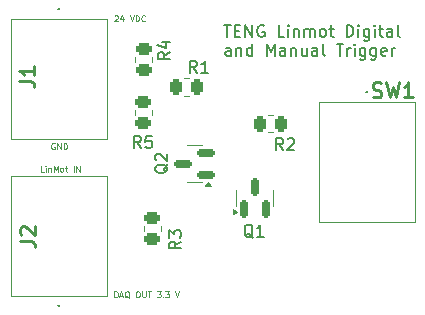
<source format=gbr>
G04 #@! TF.GenerationSoftware,KiCad,Pcbnew,8.0.6*
G04 #@! TF.CreationDate,2025-03-14T18:00:41+01:00*
G04 #@! TF.ProjectId,TENG_PCB,54454e47-5f50-4434-922e-6b696361645f,rev?*
G04 #@! TF.SameCoordinates,Original*
G04 #@! TF.FileFunction,Legend,Top*
G04 #@! TF.FilePolarity,Positive*
%FSLAX46Y46*%
G04 Gerber Fmt 4.6, Leading zero omitted, Abs format (unit mm)*
G04 Created by KiCad (PCBNEW 8.0.6) date 2025-03-14 18:00:41*
%MOMM*%
%LPD*%
G01*
G04 APERTURE LIST*
G04 Aperture macros list*
%AMRoundRect*
0 Rectangle with rounded corners*
0 $1 Rounding radius*
0 $2 $3 $4 $5 $6 $7 $8 $9 X,Y pos of 4 corners*
0 Add a 4 corners polygon primitive as box body*
4,1,4,$2,$3,$4,$5,$6,$7,$8,$9,$2,$3,0*
0 Add four circle primitives for the rounded corners*
1,1,$1+$1,$2,$3*
1,1,$1+$1,$4,$5*
1,1,$1+$1,$6,$7*
1,1,$1+$1,$8,$9*
0 Add four rect primitives between the rounded corners*
20,1,$1+$1,$2,$3,$4,$5,0*
20,1,$1+$1,$4,$5,$6,$7,0*
20,1,$1+$1,$6,$7,$8,$9,0*
20,1,$1+$1,$8,$9,$2,$3,0*%
G04 Aperture macros list end*
%ADD10C,0.100000*%
%ADD11C,0.150000*%
%ADD12C,0.254000*%
%ADD13C,0.120000*%
%ADD14C,0.200000*%
%ADD15RoundRect,0.250000X-0.450000X0.262500X-0.450000X-0.262500X0.450000X-0.262500X0.450000X0.262500X0*%
%ADD16RoundRect,0.150000X0.150000X-0.587500X0.150000X0.587500X-0.150000X0.587500X-0.150000X-0.587500X0*%
%ADD17RoundRect,0.250000X0.262500X0.450000X-0.262500X0.450000X-0.262500X-0.450000X0.262500X-0.450000X0*%
%ADD18RoundRect,0.250000X-0.262500X-0.450000X0.262500X-0.450000X0.262500X0.450000X-0.262500X0.450000X0*%
%ADD19RoundRect,0.150000X0.587500X0.150000X-0.587500X0.150000X-0.587500X-0.150000X0.587500X-0.150000X0*%
%ADD20R,1.950000X1.950000*%
%ADD21C,1.950000*%
G04 APERTURE END LIST*
D10*
X134534836Y-90873609D02*
X134534836Y-90373609D01*
X134534836Y-90373609D02*
X134653884Y-90373609D01*
X134653884Y-90373609D02*
X134725312Y-90397419D01*
X134725312Y-90397419D02*
X134772931Y-90445038D01*
X134772931Y-90445038D02*
X134796741Y-90492657D01*
X134796741Y-90492657D02*
X134820550Y-90587895D01*
X134820550Y-90587895D02*
X134820550Y-90659323D01*
X134820550Y-90659323D02*
X134796741Y-90754561D01*
X134796741Y-90754561D02*
X134772931Y-90802180D01*
X134772931Y-90802180D02*
X134725312Y-90849800D01*
X134725312Y-90849800D02*
X134653884Y-90873609D01*
X134653884Y-90873609D02*
X134534836Y-90873609D01*
X135011027Y-90730752D02*
X135249122Y-90730752D01*
X134963408Y-90873609D02*
X135130074Y-90373609D01*
X135130074Y-90373609D02*
X135296741Y-90873609D01*
X135796740Y-90921228D02*
X135749121Y-90897419D01*
X135749121Y-90897419D02*
X135701502Y-90849800D01*
X135701502Y-90849800D02*
X135630074Y-90778371D01*
X135630074Y-90778371D02*
X135582455Y-90754561D01*
X135582455Y-90754561D02*
X135534836Y-90754561D01*
X135558645Y-90873609D02*
X135511026Y-90849800D01*
X135511026Y-90849800D02*
X135463407Y-90802180D01*
X135463407Y-90802180D02*
X135439598Y-90706942D01*
X135439598Y-90706942D02*
X135439598Y-90540276D01*
X135439598Y-90540276D02*
X135463407Y-90445038D01*
X135463407Y-90445038D02*
X135511026Y-90397419D01*
X135511026Y-90397419D02*
X135558645Y-90373609D01*
X135558645Y-90373609D02*
X135653883Y-90373609D01*
X135653883Y-90373609D02*
X135701502Y-90397419D01*
X135701502Y-90397419D02*
X135749121Y-90445038D01*
X135749121Y-90445038D02*
X135772931Y-90540276D01*
X135772931Y-90540276D02*
X135772931Y-90706942D01*
X135772931Y-90706942D02*
X135749121Y-90802180D01*
X135749121Y-90802180D02*
X135701502Y-90849800D01*
X135701502Y-90849800D02*
X135653883Y-90873609D01*
X135653883Y-90873609D02*
X135558645Y-90873609D01*
X136463407Y-90373609D02*
X136558645Y-90373609D01*
X136558645Y-90373609D02*
X136606264Y-90397419D01*
X136606264Y-90397419D02*
X136653883Y-90445038D01*
X136653883Y-90445038D02*
X136677693Y-90540276D01*
X136677693Y-90540276D02*
X136677693Y-90706942D01*
X136677693Y-90706942D02*
X136653883Y-90802180D01*
X136653883Y-90802180D02*
X136606264Y-90849800D01*
X136606264Y-90849800D02*
X136558645Y-90873609D01*
X136558645Y-90873609D02*
X136463407Y-90873609D01*
X136463407Y-90873609D02*
X136415788Y-90849800D01*
X136415788Y-90849800D02*
X136368169Y-90802180D01*
X136368169Y-90802180D02*
X136344360Y-90706942D01*
X136344360Y-90706942D02*
X136344360Y-90540276D01*
X136344360Y-90540276D02*
X136368169Y-90445038D01*
X136368169Y-90445038D02*
X136415788Y-90397419D01*
X136415788Y-90397419D02*
X136463407Y-90373609D01*
X136891979Y-90373609D02*
X136891979Y-90778371D01*
X136891979Y-90778371D02*
X136915789Y-90825990D01*
X136915789Y-90825990D02*
X136939598Y-90849800D01*
X136939598Y-90849800D02*
X136987217Y-90873609D01*
X136987217Y-90873609D02*
X137082455Y-90873609D01*
X137082455Y-90873609D02*
X137130074Y-90849800D01*
X137130074Y-90849800D02*
X137153884Y-90825990D01*
X137153884Y-90825990D02*
X137177693Y-90778371D01*
X137177693Y-90778371D02*
X137177693Y-90373609D01*
X137344361Y-90373609D02*
X137630075Y-90373609D01*
X137487218Y-90873609D02*
X137487218Y-90373609D01*
X138130074Y-90373609D02*
X138439598Y-90373609D01*
X138439598Y-90373609D02*
X138272931Y-90564085D01*
X138272931Y-90564085D02*
X138344360Y-90564085D01*
X138344360Y-90564085D02*
X138391979Y-90587895D01*
X138391979Y-90587895D02*
X138415788Y-90611704D01*
X138415788Y-90611704D02*
X138439598Y-90659323D01*
X138439598Y-90659323D02*
X138439598Y-90778371D01*
X138439598Y-90778371D02*
X138415788Y-90825990D01*
X138415788Y-90825990D02*
X138391979Y-90849800D01*
X138391979Y-90849800D02*
X138344360Y-90873609D01*
X138344360Y-90873609D02*
X138201503Y-90873609D01*
X138201503Y-90873609D02*
X138153884Y-90849800D01*
X138153884Y-90849800D02*
X138130074Y-90825990D01*
X138653883Y-90825990D02*
X138677693Y-90849800D01*
X138677693Y-90849800D02*
X138653883Y-90873609D01*
X138653883Y-90873609D02*
X138630074Y-90849800D01*
X138630074Y-90849800D02*
X138653883Y-90825990D01*
X138653883Y-90825990D02*
X138653883Y-90873609D01*
X138844359Y-90373609D02*
X139153883Y-90373609D01*
X139153883Y-90373609D02*
X138987216Y-90564085D01*
X138987216Y-90564085D02*
X139058645Y-90564085D01*
X139058645Y-90564085D02*
X139106264Y-90587895D01*
X139106264Y-90587895D02*
X139130073Y-90611704D01*
X139130073Y-90611704D02*
X139153883Y-90659323D01*
X139153883Y-90659323D02*
X139153883Y-90778371D01*
X139153883Y-90778371D02*
X139130073Y-90825990D01*
X139130073Y-90825990D02*
X139106264Y-90849800D01*
X139106264Y-90849800D02*
X139058645Y-90873609D01*
X139058645Y-90873609D02*
X138915788Y-90873609D01*
X138915788Y-90873609D02*
X138868169Y-90849800D01*
X138868169Y-90849800D02*
X138844359Y-90825990D01*
X139677692Y-90373609D02*
X139844358Y-90873609D01*
X139844358Y-90873609D02*
X140011025Y-90373609D01*
X128532931Y-80233609D02*
X128294836Y-80233609D01*
X128294836Y-80233609D02*
X128294836Y-79733609D01*
X128699598Y-80233609D02*
X128699598Y-79900276D01*
X128699598Y-79733609D02*
X128675789Y-79757419D01*
X128675789Y-79757419D02*
X128699598Y-79781228D01*
X128699598Y-79781228D02*
X128723408Y-79757419D01*
X128723408Y-79757419D02*
X128699598Y-79733609D01*
X128699598Y-79733609D02*
X128699598Y-79781228D01*
X128937693Y-79900276D02*
X128937693Y-80233609D01*
X128937693Y-79947895D02*
X128961503Y-79924085D01*
X128961503Y-79924085D02*
X129009122Y-79900276D01*
X129009122Y-79900276D02*
X129080550Y-79900276D01*
X129080550Y-79900276D02*
X129128169Y-79924085D01*
X129128169Y-79924085D02*
X129151979Y-79971704D01*
X129151979Y-79971704D02*
X129151979Y-80233609D01*
X129390074Y-80233609D02*
X129390074Y-79733609D01*
X129390074Y-79733609D02*
X129556741Y-80090752D01*
X129556741Y-80090752D02*
X129723407Y-79733609D01*
X129723407Y-79733609D02*
X129723407Y-80233609D01*
X130032932Y-80233609D02*
X129985313Y-80209800D01*
X129985313Y-80209800D02*
X129961503Y-80185990D01*
X129961503Y-80185990D02*
X129937694Y-80138371D01*
X129937694Y-80138371D02*
X129937694Y-79995514D01*
X129937694Y-79995514D02*
X129961503Y-79947895D01*
X129961503Y-79947895D02*
X129985313Y-79924085D01*
X129985313Y-79924085D02*
X130032932Y-79900276D01*
X130032932Y-79900276D02*
X130104360Y-79900276D01*
X130104360Y-79900276D02*
X130151979Y-79924085D01*
X130151979Y-79924085D02*
X130175789Y-79947895D01*
X130175789Y-79947895D02*
X130199598Y-79995514D01*
X130199598Y-79995514D02*
X130199598Y-80138371D01*
X130199598Y-80138371D02*
X130175789Y-80185990D01*
X130175789Y-80185990D02*
X130151979Y-80209800D01*
X130151979Y-80209800D02*
X130104360Y-80233609D01*
X130104360Y-80233609D02*
X130032932Y-80233609D01*
X130342456Y-79900276D02*
X130532932Y-79900276D01*
X130413884Y-79733609D02*
X130413884Y-80162180D01*
X130413884Y-80162180D02*
X130437694Y-80209800D01*
X130437694Y-80209800D02*
X130485313Y-80233609D01*
X130485313Y-80233609D02*
X130532932Y-80233609D01*
X131080550Y-80233609D02*
X131080550Y-79733609D01*
X131318645Y-80233609D02*
X131318645Y-79733609D01*
X131318645Y-79733609D02*
X131604359Y-80233609D01*
X131604359Y-80233609D02*
X131604359Y-79733609D01*
X129466741Y-77837419D02*
X129419122Y-77813609D01*
X129419122Y-77813609D02*
X129347693Y-77813609D01*
X129347693Y-77813609D02*
X129276265Y-77837419D01*
X129276265Y-77837419D02*
X129228646Y-77885038D01*
X129228646Y-77885038D02*
X129204836Y-77932657D01*
X129204836Y-77932657D02*
X129181027Y-78027895D01*
X129181027Y-78027895D02*
X129181027Y-78099323D01*
X129181027Y-78099323D02*
X129204836Y-78194561D01*
X129204836Y-78194561D02*
X129228646Y-78242180D01*
X129228646Y-78242180D02*
X129276265Y-78289800D01*
X129276265Y-78289800D02*
X129347693Y-78313609D01*
X129347693Y-78313609D02*
X129395312Y-78313609D01*
X129395312Y-78313609D02*
X129466741Y-78289800D01*
X129466741Y-78289800D02*
X129490550Y-78265990D01*
X129490550Y-78265990D02*
X129490550Y-78099323D01*
X129490550Y-78099323D02*
X129395312Y-78099323D01*
X129704836Y-78313609D02*
X129704836Y-77813609D01*
X129704836Y-77813609D02*
X129990550Y-78313609D01*
X129990550Y-78313609D02*
X129990550Y-77813609D01*
X130228646Y-78313609D02*
X130228646Y-77813609D01*
X130228646Y-77813609D02*
X130347694Y-77813609D01*
X130347694Y-77813609D02*
X130419122Y-77837419D01*
X130419122Y-77837419D02*
X130466741Y-77885038D01*
X130466741Y-77885038D02*
X130490551Y-77932657D01*
X130490551Y-77932657D02*
X130514360Y-78027895D01*
X130514360Y-78027895D02*
X130514360Y-78099323D01*
X130514360Y-78099323D02*
X130490551Y-78194561D01*
X130490551Y-78194561D02*
X130466741Y-78242180D01*
X130466741Y-78242180D02*
X130419122Y-78289800D01*
X130419122Y-78289800D02*
X130347694Y-78313609D01*
X130347694Y-78313609D02*
X130228646Y-78313609D01*
X134541027Y-67041228D02*
X134564836Y-67017419D01*
X134564836Y-67017419D02*
X134612455Y-66993609D01*
X134612455Y-66993609D02*
X134731503Y-66993609D01*
X134731503Y-66993609D02*
X134779122Y-67017419D01*
X134779122Y-67017419D02*
X134802931Y-67041228D01*
X134802931Y-67041228D02*
X134826741Y-67088847D01*
X134826741Y-67088847D02*
X134826741Y-67136466D01*
X134826741Y-67136466D02*
X134802931Y-67207895D01*
X134802931Y-67207895D02*
X134517217Y-67493609D01*
X134517217Y-67493609D02*
X134826741Y-67493609D01*
X135255312Y-67160276D02*
X135255312Y-67493609D01*
X135136264Y-66969800D02*
X135017217Y-67326942D01*
X135017217Y-67326942D02*
X135326740Y-67326942D01*
X135826740Y-66993609D02*
X135993406Y-67493609D01*
X135993406Y-67493609D02*
X136160073Y-66993609D01*
X136326739Y-67493609D02*
X136326739Y-66993609D01*
X136326739Y-66993609D02*
X136445787Y-66993609D01*
X136445787Y-66993609D02*
X136517215Y-67017419D01*
X136517215Y-67017419D02*
X136564834Y-67065038D01*
X136564834Y-67065038D02*
X136588644Y-67112657D01*
X136588644Y-67112657D02*
X136612453Y-67207895D01*
X136612453Y-67207895D02*
X136612453Y-67279323D01*
X136612453Y-67279323D02*
X136588644Y-67374561D01*
X136588644Y-67374561D02*
X136564834Y-67422180D01*
X136564834Y-67422180D02*
X136517215Y-67469800D01*
X136517215Y-67469800D02*
X136445787Y-67493609D01*
X136445787Y-67493609D02*
X136326739Y-67493609D01*
X137112453Y-67445990D02*
X137088644Y-67469800D01*
X137088644Y-67469800D02*
X137017215Y-67493609D01*
X137017215Y-67493609D02*
X136969596Y-67493609D01*
X136969596Y-67493609D02*
X136898168Y-67469800D01*
X136898168Y-67469800D02*
X136850549Y-67422180D01*
X136850549Y-67422180D02*
X136826739Y-67374561D01*
X136826739Y-67374561D02*
X136802930Y-67279323D01*
X136802930Y-67279323D02*
X136802930Y-67207895D01*
X136802930Y-67207895D02*
X136826739Y-67112657D01*
X136826739Y-67112657D02*
X136850549Y-67065038D01*
X136850549Y-67065038D02*
X136898168Y-67017419D01*
X136898168Y-67017419D02*
X136969596Y-66993609D01*
X136969596Y-66993609D02*
X137017215Y-66993609D01*
X137017215Y-66993609D02*
X137088644Y-67017419D01*
X137088644Y-67017419D02*
X137112453Y-67041228D01*
D11*
X143813922Y-67809875D02*
X144385350Y-67809875D01*
X144099636Y-68809875D02*
X144099636Y-67809875D01*
X144718684Y-68286065D02*
X145052017Y-68286065D01*
X145194874Y-68809875D02*
X144718684Y-68809875D01*
X144718684Y-68809875D02*
X144718684Y-67809875D01*
X144718684Y-67809875D02*
X145194874Y-67809875D01*
X145623446Y-68809875D02*
X145623446Y-67809875D01*
X145623446Y-67809875D02*
X146194874Y-68809875D01*
X146194874Y-68809875D02*
X146194874Y-67809875D01*
X147194874Y-67857494D02*
X147099636Y-67809875D01*
X147099636Y-67809875D02*
X146956779Y-67809875D01*
X146956779Y-67809875D02*
X146813922Y-67857494D01*
X146813922Y-67857494D02*
X146718684Y-67952732D01*
X146718684Y-67952732D02*
X146671065Y-68047970D01*
X146671065Y-68047970D02*
X146623446Y-68238446D01*
X146623446Y-68238446D02*
X146623446Y-68381303D01*
X146623446Y-68381303D02*
X146671065Y-68571779D01*
X146671065Y-68571779D02*
X146718684Y-68667017D01*
X146718684Y-68667017D02*
X146813922Y-68762256D01*
X146813922Y-68762256D02*
X146956779Y-68809875D01*
X146956779Y-68809875D02*
X147052017Y-68809875D01*
X147052017Y-68809875D02*
X147194874Y-68762256D01*
X147194874Y-68762256D02*
X147242493Y-68714636D01*
X147242493Y-68714636D02*
X147242493Y-68381303D01*
X147242493Y-68381303D02*
X147052017Y-68381303D01*
X148909160Y-68809875D02*
X148432970Y-68809875D01*
X148432970Y-68809875D02*
X148432970Y-67809875D01*
X149242494Y-68809875D02*
X149242494Y-68143208D01*
X149242494Y-67809875D02*
X149194875Y-67857494D01*
X149194875Y-67857494D02*
X149242494Y-67905113D01*
X149242494Y-67905113D02*
X149290113Y-67857494D01*
X149290113Y-67857494D02*
X149242494Y-67809875D01*
X149242494Y-67809875D02*
X149242494Y-67905113D01*
X149718684Y-68143208D02*
X149718684Y-68809875D01*
X149718684Y-68238446D02*
X149766303Y-68190827D01*
X149766303Y-68190827D02*
X149861541Y-68143208D01*
X149861541Y-68143208D02*
X150004398Y-68143208D01*
X150004398Y-68143208D02*
X150099636Y-68190827D01*
X150099636Y-68190827D02*
X150147255Y-68286065D01*
X150147255Y-68286065D02*
X150147255Y-68809875D01*
X150623446Y-68809875D02*
X150623446Y-68143208D01*
X150623446Y-68238446D02*
X150671065Y-68190827D01*
X150671065Y-68190827D02*
X150766303Y-68143208D01*
X150766303Y-68143208D02*
X150909160Y-68143208D01*
X150909160Y-68143208D02*
X151004398Y-68190827D01*
X151004398Y-68190827D02*
X151052017Y-68286065D01*
X151052017Y-68286065D02*
X151052017Y-68809875D01*
X151052017Y-68286065D02*
X151099636Y-68190827D01*
X151099636Y-68190827D02*
X151194874Y-68143208D01*
X151194874Y-68143208D02*
X151337731Y-68143208D01*
X151337731Y-68143208D02*
X151432970Y-68190827D01*
X151432970Y-68190827D02*
X151480589Y-68286065D01*
X151480589Y-68286065D02*
X151480589Y-68809875D01*
X152099636Y-68809875D02*
X152004398Y-68762256D01*
X152004398Y-68762256D02*
X151956779Y-68714636D01*
X151956779Y-68714636D02*
X151909160Y-68619398D01*
X151909160Y-68619398D02*
X151909160Y-68333684D01*
X151909160Y-68333684D02*
X151956779Y-68238446D01*
X151956779Y-68238446D02*
X152004398Y-68190827D01*
X152004398Y-68190827D02*
X152099636Y-68143208D01*
X152099636Y-68143208D02*
X152242493Y-68143208D01*
X152242493Y-68143208D02*
X152337731Y-68190827D01*
X152337731Y-68190827D02*
X152385350Y-68238446D01*
X152385350Y-68238446D02*
X152432969Y-68333684D01*
X152432969Y-68333684D02*
X152432969Y-68619398D01*
X152432969Y-68619398D02*
X152385350Y-68714636D01*
X152385350Y-68714636D02*
X152337731Y-68762256D01*
X152337731Y-68762256D02*
X152242493Y-68809875D01*
X152242493Y-68809875D02*
X152099636Y-68809875D01*
X152718684Y-68143208D02*
X153099636Y-68143208D01*
X152861541Y-67809875D02*
X152861541Y-68667017D01*
X152861541Y-68667017D02*
X152909160Y-68762256D01*
X152909160Y-68762256D02*
X153004398Y-68809875D01*
X153004398Y-68809875D02*
X153099636Y-68809875D01*
X154194875Y-68809875D02*
X154194875Y-67809875D01*
X154194875Y-67809875D02*
X154432970Y-67809875D01*
X154432970Y-67809875D02*
X154575827Y-67857494D01*
X154575827Y-67857494D02*
X154671065Y-67952732D01*
X154671065Y-67952732D02*
X154718684Y-68047970D01*
X154718684Y-68047970D02*
X154766303Y-68238446D01*
X154766303Y-68238446D02*
X154766303Y-68381303D01*
X154766303Y-68381303D02*
X154718684Y-68571779D01*
X154718684Y-68571779D02*
X154671065Y-68667017D01*
X154671065Y-68667017D02*
X154575827Y-68762256D01*
X154575827Y-68762256D02*
X154432970Y-68809875D01*
X154432970Y-68809875D02*
X154194875Y-68809875D01*
X155194875Y-68809875D02*
X155194875Y-68143208D01*
X155194875Y-67809875D02*
X155147256Y-67857494D01*
X155147256Y-67857494D02*
X155194875Y-67905113D01*
X155194875Y-67905113D02*
X155242494Y-67857494D01*
X155242494Y-67857494D02*
X155194875Y-67809875D01*
X155194875Y-67809875D02*
X155194875Y-67905113D01*
X156099636Y-68143208D02*
X156099636Y-68952732D01*
X156099636Y-68952732D02*
X156052017Y-69047970D01*
X156052017Y-69047970D02*
X156004398Y-69095589D01*
X156004398Y-69095589D02*
X155909160Y-69143208D01*
X155909160Y-69143208D02*
X155766303Y-69143208D01*
X155766303Y-69143208D02*
X155671065Y-69095589D01*
X156099636Y-68762256D02*
X156004398Y-68809875D01*
X156004398Y-68809875D02*
X155813922Y-68809875D01*
X155813922Y-68809875D02*
X155718684Y-68762256D01*
X155718684Y-68762256D02*
X155671065Y-68714636D01*
X155671065Y-68714636D02*
X155623446Y-68619398D01*
X155623446Y-68619398D02*
X155623446Y-68333684D01*
X155623446Y-68333684D02*
X155671065Y-68238446D01*
X155671065Y-68238446D02*
X155718684Y-68190827D01*
X155718684Y-68190827D02*
X155813922Y-68143208D01*
X155813922Y-68143208D02*
X156004398Y-68143208D01*
X156004398Y-68143208D02*
X156099636Y-68190827D01*
X156575827Y-68809875D02*
X156575827Y-68143208D01*
X156575827Y-67809875D02*
X156528208Y-67857494D01*
X156528208Y-67857494D02*
X156575827Y-67905113D01*
X156575827Y-67905113D02*
X156623446Y-67857494D01*
X156623446Y-67857494D02*
X156575827Y-67809875D01*
X156575827Y-67809875D02*
X156575827Y-67905113D01*
X156909160Y-68143208D02*
X157290112Y-68143208D01*
X157052017Y-67809875D02*
X157052017Y-68667017D01*
X157052017Y-68667017D02*
X157099636Y-68762256D01*
X157099636Y-68762256D02*
X157194874Y-68809875D01*
X157194874Y-68809875D02*
X157290112Y-68809875D01*
X158052017Y-68809875D02*
X158052017Y-68286065D01*
X158052017Y-68286065D02*
X158004398Y-68190827D01*
X158004398Y-68190827D02*
X157909160Y-68143208D01*
X157909160Y-68143208D02*
X157718684Y-68143208D01*
X157718684Y-68143208D02*
X157623446Y-68190827D01*
X158052017Y-68762256D02*
X157956779Y-68809875D01*
X157956779Y-68809875D02*
X157718684Y-68809875D01*
X157718684Y-68809875D02*
X157623446Y-68762256D01*
X157623446Y-68762256D02*
X157575827Y-68667017D01*
X157575827Y-68667017D02*
X157575827Y-68571779D01*
X157575827Y-68571779D02*
X157623446Y-68476541D01*
X157623446Y-68476541D02*
X157718684Y-68428922D01*
X157718684Y-68428922D02*
X157956779Y-68428922D01*
X157956779Y-68428922D02*
X158052017Y-68381303D01*
X158671065Y-68809875D02*
X158575827Y-68762256D01*
X158575827Y-68762256D02*
X158528208Y-68667017D01*
X158528208Y-68667017D02*
X158528208Y-67809875D01*
X144385350Y-70419819D02*
X144385350Y-69896009D01*
X144385350Y-69896009D02*
X144337731Y-69800771D01*
X144337731Y-69800771D02*
X144242493Y-69753152D01*
X144242493Y-69753152D02*
X144052017Y-69753152D01*
X144052017Y-69753152D02*
X143956779Y-69800771D01*
X144385350Y-70372200D02*
X144290112Y-70419819D01*
X144290112Y-70419819D02*
X144052017Y-70419819D01*
X144052017Y-70419819D02*
X143956779Y-70372200D01*
X143956779Y-70372200D02*
X143909160Y-70276961D01*
X143909160Y-70276961D02*
X143909160Y-70181723D01*
X143909160Y-70181723D02*
X143956779Y-70086485D01*
X143956779Y-70086485D02*
X144052017Y-70038866D01*
X144052017Y-70038866D02*
X144290112Y-70038866D01*
X144290112Y-70038866D02*
X144385350Y-69991247D01*
X144861541Y-69753152D02*
X144861541Y-70419819D01*
X144861541Y-69848390D02*
X144909160Y-69800771D01*
X144909160Y-69800771D02*
X145004398Y-69753152D01*
X145004398Y-69753152D02*
X145147255Y-69753152D01*
X145147255Y-69753152D02*
X145242493Y-69800771D01*
X145242493Y-69800771D02*
X145290112Y-69896009D01*
X145290112Y-69896009D02*
X145290112Y-70419819D01*
X146194874Y-70419819D02*
X146194874Y-69419819D01*
X146194874Y-70372200D02*
X146099636Y-70419819D01*
X146099636Y-70419819D02*
X145909160Y-70419819D01*
X145909160Y-70419819D02*
X145813922Y-70372200D01*
X145813922Y-70372200D02*
X145766303Y-70324580D01*
X145766303Y-70324580D02*
X145718684Y-70229342D01*
X145718684Y-70229342D02*
X145718684Y-69943628D01*
X145718684Y-69943628D02*
X145766303Y-69848390D01*
X145766303Y-69848390D02*
X145813922Y-69800771D01*
X145813922Y-69800771D02*
X145909160Y-69753152D01*
X145909160Y-69753152D02*
X146099636Y-69753152D01*
X146099636Y-69753152D02*
X146194874Y-69800771D01*
X147432970Y-70419819D02*
X147432970Y-69419819D01*
X147432970Y-69419819D02*
X147766303Y-70134104D01*
X147766303Y-70134104D02*
X148099636Y-69419819D01*
X148099636Y-69419819D02*
X148099636Y-70419819D01*
X149004398Y-70419819D02*
X149004398Y-69896009D01*
X149004398Y-69896009D02*
X148956779Y-69800771D01*
X148956779Y-69800771D02*
X148861541Y-69753152D01*
X148861541Y-69753152D02*
X148671065Y-69753152D01*
X148671065Y-69753152D02*
X148575827Y-69800771D01*
X149004398Y-70372200D02*
X148909160Y-70419819D01*
X148909160Y-70419819D02*
X148671065Y-70419819D01*
X148671065Y-70419819D02*
X148575827Y-70372200D01*
X148575827Y-70372200D02*
X148528208Y-70276961D01*
X148528208Y-70276961D02*
X148528208Y-70181723D01*
X148528208Y-70181723D02*
X148575827Y-70086485D01*
X148575827Y-70086485D02*
X148671065Y-70038866D01*
X148671065Y-70038866D02*
X148909160Y-70038866D01*
X148909160Y-70038866D02*
X149004398Y-69991247D01*
X149480589Y-69753152D02*
X149480589Y-70419819D01*
X149480589Y-69848390D02*
X149528208Y-69800771D01*
X149528208Y-69800771D02*
X149623446Y-69753152D01*
X149623446Y-69753152D02*
X149766303Y-69753152D01*
X149766303Y-69753152D02*
X149861541Y-69800771D01*
X149861541Y-69800771D02*
X149909160Y-69896009D01*
X149909160Y-69896009D02*
X149909160Y-70419819D01*
X150813922Y-69753152D02*
X150813922Y-70419819D01*
X150385351Y-69753152D02*
X150385351Y-70276961D01*
X150385351Y-70276961D02*
X150432970Y-70372200D01*
X150432970Y-70372200D02*
X150528208Y-70419819D01*
X150528208Y-70419819D02*
X150671065Y-70419819D01*
X150671065Y-70419819D02*
X150766303Y-70372200D01*
X150766303Y-70372200D02*
X150813922Y-70324580D01*
X151718684Y-70419819D02*
X151718684Y-69896009D01*
X151718684Y-69896009D02*
X151671065Y-69800771D01*
X151671065Y-69800771D02*
X151575827Y-69753152D01*
X151575827Y-69753152D02*
X151385351Y-69753152D01*
X151385351Y-69753152D02*
X151290113Y-69800771D01*
X151718684Y-70372200D02*
X151623446Y-70419819D01*
X151623446Y-70419819D02*
X151385351Y-70419819D01*
X151385351Y-70419819D02*
X151290113Y-70372200D01*
X151290113Y-70372200D02*
X151242494Y-70276961D01*
X151242494Y-70276961D02*
X151242494Y-70181723D01*
X151242494Y-70181723D02*
X151290113Y-70086485D01*
X151290113Y-70086485D02*
X151385351Y-70038866D01*
X151385351Y-70038866D02*
X151623446Y-70038866D01*
X151623446Y-70038866D02*
X151718684Y-69991247D01*
X152337732Y-70419819D02*
X152242494Y-70372200D01*
X152242494Y-70372200D02*
X152194875Y-70276961D01*
X152194875Y-70276961D02*
X152194875Y-69419819D01*
X153337733Y-69419819D02*
X153909161Y-69419819D01*
X153623447Y-70419819D02*
X153623447Y-69419819D01*
X154242495Y-70419819D02*
X154242495Y-69753152D01*
X154242495Y-69943628D02*
X154290114Y-69848390D01*
X154290114Y-69848390D02*
X154337733Y-69800771D01*
X154337733Y-69800771D02*
X154432971Y-69753152D01*
X154432971Y-69753152D02*
X154528209Y-69753152D01*
X154861543Y-70419819D02*
X154861543Y-69753152D01*
X154861543Y-69419819D02*
X154813924Y-69467438D01*
X154813924Y-69467438D02*
X154861543Y-69515057D01*
X154861543Y-69515057D02*
X154909162Y-69467438D01*
X154909162Y-69467438D02*
X154861543Y-69419819D01*
X154861543Y-69419819D02*
X154861543Y-69515057D01*
X155766304Y-69753152D02*
X155766304Y-70562676D01*
X155766304Y-70562676D02*
X155718685Y-70657914D01*
X155718685Y-70657914D02*
X155671066Y-70705533D01*
X155671066Y-70705533D02*
X155575828Y-70753152D01*
X155575828Y-70753152D02*
X155432971Y-70753152D01*
X155432971Y-70753152D02*
X155337733Y-70705533D01*
X155766304Y-70372200D02*
X155671066Y-70419819D01*
X155671066Y-70419819D02*
X155480590Y-70419819D01*
X155480590Y-70419819D02*
X155385352Y-70372200D01*
X155385352Y-70372200D02*
X155337733Y-70324580D01*
X155337733Y-70324580D02*
X155290114Y-70229342D01*
X155290114Y-70229342D02*
X155290114Y-69943628D01*
X155290114Y-69943628D02*
X155337733Y-69848390D01*
X155337733Y-69848390D02*
X155385352Y-69800771D01*
X155385352Y-69800771D02*
X155480590Y-69753152D01*
X155480590Y-69753152D02*
X155671066Y-69753152D01*
X155671066Y-69753152D02*
X155766304Y-69800771D01*
X156671066Y-69753152D02*
X156671066Y-70562676D01*
X156671066Y-70562676D02*
X156623447Y-70657914D01*
X156623447Y-70657914D02*
X156575828Y-70705533D01*
X156575828Y-70705533D02*
X156480590Y-70753152D01*
X156480590Y-70753152D02*
X156337733Y-70753152D01*
X156337733Y-70753152D02*
X156242495Y-70705533D01*
X156671066Y-70372200D02*
X156575828Y-70419819D01*
X156575828Y-70419819D02*
X156385352Y-70419819D01*
X156385352Y-70419819D02*
X156290114Y-70372200D01*
X156290114Y-70372200D02*
X156242495Y-70324580D01*
X156242495Y-70324580D02*
X156194876Y-70229342D01*
X156194876Y-70229342D02*
X156194876Y-69943628D01*
X156194876Y-69943628D02*
X156242495Y-69848390D01*
X156242495Y-69848390D02*
X156290114Y-69800771D01*
X156290114Y-69800771D02*
X156385352Y-69753152D01*
X156385352Y-69753152D02*
X156575828Y-69753152D01*
X156575828Y-69753152D02*
X156671066Y-69800771D01*
X157528209Y-70372200D02*
X157432971Y-70419819D01*
X157432971Y-70419819D02*
X157242495Y-70419819D01*
X157242495Y-70419819D02*
X157147257Y-70372200D01*
X157147257Y-70372200D02*
X157099638Y-70276961D01*
X157099638Y-70276961D02*
X157099638Y-69896009D01*
X157099638Y-69896009D02*
X157147257Y-69800771D01*
X157147257Y-69800771D02*
X157242495Y-69753152D01*
X157242495Y-69753152D02*
X157432971Y-69753152D01*
X157432971Y-69753152D02*
X157528209Y-69800771D01*
X157528209Y-69800771D02*
X157575828Y-69896009D01*
X157575828Y-69896009D02*
X157575828Y-69991247D01*
X157575828Y-69991247D02*
X157099638Y-70086485D01*
X158004400Y-70419819D02*
X158004400Y-69753152D01*
X158004400Y-69943628D02*
X158052019Y-69848390D01*
X158052019Y-69848390D02*
X158099638Y-69800771D01*
X158099638Y-69800771D02*
X158194876Y-69753152D01*
X158194876Y-69753152D02*
X158290114Y-69753152D01*
X140164819Y-86146666D02*
X139688628Y-86479999D01*
X140164819Y-86718094D02*
X139164819Y-86718094D01*
X139164819Y-86718094D02*
X139164819Y-86337142D01*
X139164819Y-86337142D02*
X139212438Y-86241904D01*
X139212438Y-86241904D02*
X139260057Y-86194285D01*
X139260057Y-86194285D02*
X139355295Y-86146666D01*
X139355295Y-86146666D02*
X139498152Y-86146666D01*
X139498152Y-86146666D02*
X139593390Y-86194285D01*
X139593390Y-86194285D02*
X139641009Y-86241904D01*
X139641009Y-86241904D02*
X139688628Y-86337142D01*
X139688628Y-86337142D02*
X139688628Y-86718094D01*
X139164819Y-85813332D02*
X139164819Y-85194285D01*
X139164819Y-85194285D02*
X139545771Y-85527618D01*
X139545771Y-85527618D02*
X139545771Y-85384761D01*
X139545771Y-85384761D02*
X139593390Y-85289523D01*
X139593390Y-85289523D02*
X139641009Y-85241904D01*
X139641009Y-85241904D02*
X139736247Y-85194285D01*
X139736247Y-85194285D02*
X139974342Y-85194285D01*
X139974342Y-85194285D02*
X140069580Y-85241904D01*
X140069580Y-85241904D02*
X140117200Y-85289523D01*
X140117200Y-85289523D02*
X140164819Y-85384761D01*
X140164819Y-85384761D02*
X140164819Y-85670475D01*
X140164819Y-85670475D02*
X140117200Y-85765713D01*
X140117200Y-85765713D02*
X140069580Y-85813332D01*
X146264761Y-85820057D02*
X146169523Y-85772438D01*
X146169523Y-85772438D02*
X146074285Y-85677200D01*
X146074285Y-85677200D02*
X145931428Y-85534342D01*
X145931428Y-85534342D02*
X145836190Y-85486723D01*
X145836190Y-85486723D02*
X145740952Y-85486723D01*
X145788571Y-85724819D02*
X145693333Y-85677200D01*
X145693333Y-85677200D02*
X145598095Y-85581961D01*
X145598095Y-85581961D02*
X145550476Y-85391485D01*
X145550476Y-85391485D02*
X145550476Y-85058152D01*
X145550476Y-85058152D02*
X145598095Y-84867676D01*
X145598095Y-84867676D02*
X145693333Y-84772438D01*
X145693333Y-84772438D02*
X145788571Y-84724819D01*
X145788571Y-84724819D02*
X145979047Y-84724819D01*
X145979047Y-84724819D02*
X146074285Y-84772438D01*
X146074285Y-84772438D02*
X146169523Y-84867676D01*
X146169523Y-84867676D02*
X146217142Y-85058152D01*
X146217142Y-85058152D02*
X146217142Y-85391485D01*
X146217142Y-85391485D02*
X146169523Y-85581961D01*
X146169523Y-85581961D02*
X146074285Y-85677200D01*
X146074285Y-85677200D02*
X145979047Y-85724819D01*
X145979047Y-85724819D02*
X145788571Y-85724819D01*
X147169523Y-85724819D02*
X146598095Y-85724819D01*
X146883809Y-85724819D02*
X146883809Y-84724819D01*
X146883809Y-84724819D02*
X146788571Y-84867676D01*
X146788571Y-84867676D02*
X146693333Y-84962914D01*
X146693333Y-84962914D02*
X146598095Y-85010533D01*
X148813333Y-78394819D02*
X148480000Y-77918628D01*
X148241905Y-78394819D02*
X148241905Y-77394819D01*
X148241905Y-77394819D02*
X148622857Y-77394819D01*
X148622857Y-77394819D02*
X148718095Y-77442438D01*
X148718095Y-77442438D02*
X148765714Y-77490057D01*
X148765714Y-77490057D02*
X148813333Y-77585295D01*
X148813333Y-77585295D02*
X148813333Y-77728152D01*
X148813333Y-77728152D02*
X148765714Y-77823390D01*
X148765714Y-77823390D02*
X148718095Y-77871009D01*
X148718095Y-77871009D02*
X148622857Y-77918628D01*
X148622857Y-77918628D02*
X148241905Y-77918628D01*
X149194286Y-77490057D02*
X149241905Y-77442438D01*
X149241905Y-77442438D02*
X149337143Y-77394819D01*
X149337143Y-77394819D02*
X149575238Y-77394819D01*
X149575238Y-77394819D02*
X149670476Y-77442438D01*
X149670476Y-77442438D02*
X149718095Y-77490057D01*
X149718095Y-77490057D02*
X149765714Y-77585295D01*
X149765714Y-77585295D02*
X149765714Y-77680533D01*
X149765714Y-77680533D02*
X149718095Y-77823390D01*
X149718095Y-77823390D02*
X149146667Y-78394819D01*
X149146667Y-78394819D02*
X149765714Y-78394819D01*
X139214819Y-70126666D02*
X138738628Y-70459999D01*
X139214819Y-70698094D02*
X138214819Y-70698094D01*
X138214819Y-70698094D02*
X138214819Y-70317142D01*
X138214819Y-70317142D02*
X138262438Y-70221904D01*
X138262438Y-70221904D02*
X138310057Y-70174285D01*
X138310057Y-70174285D02*
X138405295Y-70126666D01*
X138405295Y-70126666D02*
X138548152Y-70126666D01*
X138548152Y-70126666D02*
X138643390Y-70174285D01*
X138643390Y-70174285D02*
X138691009Y-70221904D01*
X138691009Y-70221904D02*
X138738628Y-70317142D01*
X138738628Y-70317142D02*
X138738628Y-70698094D01*
X138548152Y-69269523D02*
X139214819Y-69269523D01*
X138167200Y-69507618D02*
X138881485Y-69745713D01*
X138881485Y-69745713D02*
X138881485Y-69126666D01*
X141523333Y-71844819D02*
X141190000Y-71368628D01*
X140951905Y-71844819D02*
X140951905Y-70844819D01*
X140951905Y-70844819D02*
X141332857Y-70844819D01*
X141332857Y-70844819D02*
X141428095Y-70892438D01*
X141428095Y-70892438D02*
X141475714Y-70940057D01*
X141475714Y-70940057D02*
X141523333Y-71035295D01*
X141523333Y-71035295D02*
X141523333Y-71178152D01*
X141523333Y-71178152D02*
X141475714Y-71273390D01*
X141475714Y-71273390D02*
X141428095Y-71321009D01*
X141428095Y-71321009D02*
X141332857Y-71368628D01*
X141332857Y-71368628D02*
X140951905Y-71368628D01*
X142475714Y-71844819D02*
X141904286Y-71844819D01*
X142190000Y-71844819D02*
X142190000Y-70844819D01*
X142190000Y-70844819D02*
X142094762Y-70987676D01*
X142094762Y-70987676D02*
X141999524Y-71082914D01*
X141999524Y-71082914D02*
X141904286Y-71130533D01*
X139070057Y-79605238D02*
X139022438Y-79700476D01*
X139022438Y-79700476D02*
X138927200Y-79795714D01*
X138927200Y-79795714D02*
X138784342Y-79938571D01*
X138784342Y-79938571D02*
X138736723Y-80033809D01*
X138736723Y-80033809D02*
X138736723Y-80129047D01*
X138974819Y-80081428D02*
X138927200Y-80176666D01*
X138927200Y-80176666D02*
X138831961Y-80271904D01*
X138831961Y-80271904D02*
X138641485Y-80319523D01*
X138641485Y-80319523D02*
X138308152Y-80319523D01*
X138308152Y-80319523D02*
X138117676Y-80271904D01*
X138117676Y-80271904D02*
X138022438Y-80176666D01*
X138022438Y-80176666D02*
X137974819Y-80081428D01*
X137974819Y-80081428D02*
X137974819Y-79890952D01*
X137974819Y-79890952D02*
X138022438Y-79795714D01*
X138022438Y-79795714D02*
X138117676Y-79700476D01*
X138117676Y-79700476D02*
X138308152Y-79652857D01*
X138308152Y-79652857D02*
X138641485Y-79652857D01*
X138641485Y-79652857D02*
X138831961Y-79700476D01*
X138831961Y-79700476D02*
X138927200Y-79795714D01*
X138927200Y-79795714D02*
X138974819Y-79890952D01*
X138974819Y-79890952D02*
X138974819Y-80081428D01*
X138070057Y-79271904D02*
X138022438Y-79224285D01*
X138022438Y-79224285D02*
X137974819Y-79129047D01*
X137974819Y-79129047D02*
X137974819Y-78890952D01*
X137974819Y-78890952D02*
X138022438Y-78795714D01*
X138022438Y-78795714D02*
X138070057Y-78748095D01*
X138070057Y-78748095D02*
X138165295Y-78700476D01*
X138165295Y-78700476D02*
X138260533Y-78700476D01*
X138260533Y-78700476D02*
X138403390Y-78748095D01*
X138403390Y-78748095D02*
X138974819Y-79319523D01*
X138974819Y-79319523D02*
X138974819Y-78700476D01*
D12*
X126534318Y-86113332D02*
X127441461Y-86113332D01*
X127441461Y-86113332D02*
X127622889Y-86173809D01*
X127622889Y-86173809D02*
X127743842Y-86294761D01*
X127743842Y-86294761D02*
X127804318Y-86476190D01*
X127804318Y-86476190D02*
X127804318Y-86597142D01*
X126655270Y-85569047D02*
X126594794Y-85508571D01*
X126594794Y-85508571D02*
X126534318Y-85387618D01*
X126534318Y-85387618D02*
X126534318Y-85085237D01*
X126534318Y-85085237D02*
X126594794Y-84964285D01*
X126594794Y-84964285D02*
X126655270Y-84903809D01*
X126655270Y-84903809D02*
X126776222Y-84843332D01*
X126776222Y-84843332D02*
X126897175Y-84843332D01*
X126897175Y-84843332D02*
X127078603Y-84903809D01*
X127078603Y-84903809D02*
X127804318Y-85629523D01*
X127804318Y-85629523D02*
X127804318Y-84843332D01*
X156406666Y-73883842D02*
X156588095Y-73944318D01*
X156588095Y-73944318D02*
X156890476Y-73944318D01*
X156890476Y-73944318D02*
X157011428Y-73883842D01*
X157011428Y-73883842D02*
X157071904Y-73823365D01*
X157071904Y-73823365D02*
X157132381Y-73702413D01*
X157132381Y-73702413D02*
X157132381Y-73581461D01*
X157132381Y-73581461D02*
X157071904Y-73460508D01*
X157071904Y-73460508D02*
X157011428Y-73400032D01*
X157011428Y-73400032D02*
X156890476Y-73339556D01*
X156890476Y-73339556D02*
X156648571Y-73279080D01*
X156648571Y-73279080D02*
X156527619Y-73218603D01*
X156527619Y-73218603D02*
X156467142Y-73158127D01*
X156467142Y-73158127D02*
X156406666Y-73037175D01*
X156406666Y-73037175D02*
X156406666Y-72916222D01*
X156406666Y-72916222D02*
X156467142Y-72795270D01*
X156467142Y-72795270D02*
X156527619Y-72734794D01*
X156527619Y-72734794D02*
X156648571Y-72674318D01*
X156648571Y-72674318D02*
X156950952Y-72674318D01*
X156950952Y-72674318D02*
X157132381Y-72734794D01*
X157555714Y-72674318D02*
X157858095Y-73944318D01*
X157858095Y-73944318D02*
X158100000Y-73037175D01*
X158100000Y-73037175D02*
X158341905Y-73944318D01*
X158341905Y-73944318D02*
X158644286Y-72674318D01*
X159793334Y-73944318D02*
X159067619Y-73944318D01*
X159430476Y-73944318D02*
X159430476Y-72674318D01*
X159430476Y-72674318D02*
X159309524Y-72855746D01*
X159309524Y-72855746D02*
X159188572Y-72976699D01*
X159188572Y-72976699D02*
X159067619Y-73037175D01*
X126494318Y-72573332D02*
X127401461Y-72573332D01*
X127401461Y-72573332D02*
X127582889Y-72633809D01*
X127582889Y-72633809D02*
X127703842Y-72754761D01*
X127703842Y-72754761D02*
X127764318Y-72936190D01*
X127764318Y-72936190D02*
X127764318Y-73057142D01*
X127764318Y-71303332D02*
X127764318Y-72029047D01*
X127764318Y-71666190D02*
X126494318Y-71666190D01*
X126494318Y-71666190D02*
X126675746Y-71787142D01*
X126675746Y-71787142D02*
X126796699Y-71908094D01*
X126796699Y-71908094D02*
X126857175Y-72029047D01*
D11*
X136773333Y-78224819D02*
X136440000Y-77748628D01*
X136201905Y-78224819D02*
X136201905Y-77224819D01*
X136201905Y-77224819D02*
X136582857Y-77224819D01*
X136582857Y-77224819D02*
X136678095Y-77272438D01*
X136678095Y-77272438D02*
X136725714Y-77320057D01*
X136725714Y-77320057D02*
X136773333Y-77415295D01*
X136773333Y-77415295D02*
X136773333Y-77558152D01*
X136773333Y-77558152D02*
X136725714Y-77653390D01*
X136725714Y-77653390D02*
X136678095Y-77701009D01*
X136678095Y-77701009D02*
X136582857Y-77748628D01*
X136582857Y-77748628D02*
X136201905Y-77748628D01*
X137678095Y-77224819D02*
X137201905Y-77224819D01*
X137201905Y-77224819D02*
X137154286Y-77701009D01*
X137154286Y-77701009D02*
X137201905Y-77653390D01*
X137201905Y-77653390D02*
X137297143Y-77605771D01*
X137297143Y-77605771D02*
X137535238Y-77605771D01*
X137535238Y-77605771D02*
X137630476Y-77653390D01*
X137630476Y-77653390D02*
X137678095Y-77701009D01*
X137678095Y-77701009D02*
X137725714Y-77796247D01*
X137725714Y-77796247D02*
X137725714Y-78034342D01*
X137725714Y-78034342D02*
X137678095Y-78129580D01*
X137678095Y-78129580D02*
X137630476Y-78177200D01*
X137630476Y-78177200D02*
X137535238Y-78224819D01*
X137535238Y-78224819D02*
X137297143Y-78224819D01*
X137297143Y-78224819D02*
X137201905Y-78177200D01*
X137201905Y-78177200D02*
X137154286Y-78129580D01*
D13*
X137005000Y-84832936D02*
X137005000Y-85287064D01*
X138475000Y-84832936D02*
X138475000Y-85287064D01*
X144870000Y-82447500D02*
X144870000Y-81797500D01*
X144870000Y-82447500D02*
X144870000Y-83097500D01*
X147990000Y-82447500D02*
X147990000Y-81797500D01*
X147990000Y-82447500D02*
X147990000Y-83097500D01*
X144920000Y-83610000D02*
X144590000Y-83850000D01*
X144590000Y-83370000D01*
X144920000Y-83610000D01*
G36*
X144920000Y-83610000D02*
G01*
X144590000Y-83850000D01*
X144590000Y-83370000D01*
X144920000Y-83610000D01*
G37*
X147964564Y-75435000D02*
X147510436Y-75435000D01*
X147964564Y-76905000D02*
X147510436Y-76905000D01*
X136265000Y-70522936D02*
X136265000Y-70977064D01*
X137735000Y-70522936D02*
X137735000Y-70977064D01*
X140412936Y-72315000D02*
X140867064Y-72315000D01*
X140412936Y-73785000D02*
X140867064Y-73785000D01*
X141312500Y-78010000D02*
X140662500Y-78010000D01*
X141312500Y-78010000D02*
X141962500Y-78010000D01*
X141312500Y-81130000D02*
X140662500Y-81130000D01*
X141312500Y-81130000D02*
X141962500Y-81130000D01*
X142715000Y-81410000D02*
X142235000Y-81410000D01*
X142475000Y-81080000D01*
X142715000Y-81410000D01*
G36*
X142715000Y-81410000D02*
G01*
X142235000Y-81410000D01*
X142475000Y-81080000D01*
X142715000Y-81410000D01*
G37*
D10*
X125755000Y-80610000D02*
X133905000Y-80610000D01*
X125755000Y-90770000D02*
X125755000Y-80610000D01*
X133905000Y-80610000D02*
X133905000Y-90770000D01*
X133905000Y-90770000D02*
X125755000Y-90770000D01*
D14*
X129880000Y-91580000D02*
G75*
G02*
X129780000Y-91580000I-50000J0D01*
G01*
X129780000Y-91580000D02*
G75*
G02*
X129880000Y-91580000I50000J0D01*
G01*
D10*
X151825000Y-74310000D02*
X159975000Y-74310000D01*
X151825000Y-84470000D02*
X151825000Y-74310000D01*
X159975000Y-74310000D02*
X159975000Y-84470000D01*
X159975000Y-84470000D02*
X151825000Y-84470000D01*
D14*
X155950000Y-73500000D02*
G75*
G02*
X155850000Y-73500000I-50000J0D01*
G01*
X155850000Y-73500000D02*
G75*
G02*
X155950000Y-73500000I50000J0D01*
G01*
D10*
X125755000Y-67300000D02*
X133905000Y-67300000D01*
X125755000Y-77460000D02*
X125755000Y-67300000D01*
X133905000Y-67300000D02*
X133905000Y-77460000D01*
X133905000Y-77460000D02*
X125755000Y-77460000D01*
D14*
X129880000Y-66490000D02*
G75*
G02*
X129780000Y-66490000I-50000J0D01*
G01*
X129780000Y-66490000D02*
G75*
G02*
X129880000Y-66490000I50000J0D01*
G01*
D13*
X136245000Y-74992936D02*
X136245000Y-75447064D01*
X137715000Y-74992936D02*
X137715000Y-75447064D01*
%LPC*%
D15*
X137740000Y-84147500D03*
X137740000Y-85972500D03*
D16*
X145480000Y-83385000D03*
X147380000Y-83385000D03*
X146430000Y-81510000D03*
D17*
X148650000Y-76170000D03*
X146825000Y-76170000D03*
D15*
X137000000Y-69837500D03*
X137000000Y-71662500D03*
D18*
X139727500Y-73050000D03*
X141552500Y-73050000D03*
D19*
X142250000Y-80520000D03*
X142250000Y-78620000D03*
X140375000Y-79570000D03*
D20*
X129830000Y-88230000D03*
D21*
X129830000Y-83150000D03*
D20*
X155900000Y-76850000D03*
D21*
X155900000Y-81930000D03*
D20*
X129830000Y-69840000D03*
D21*
X129830000Y-74920000D03*
D15*
X136980000Y-74307500D03*
X136980000Y-76132500D03*
%LPD*%
M02*

</source>
